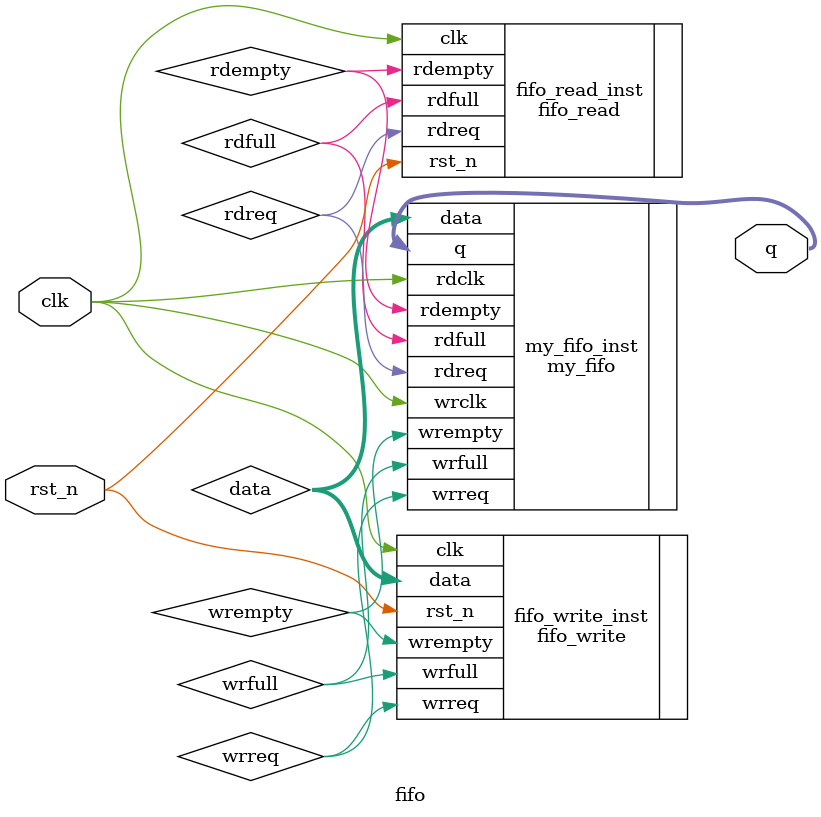
<source format=v>
module fifo (clk, rst_n, q);

	input clk, rst_n;
	
	output [7:0] q;
	
	wire wrfull, wrempty, rdfull, rdempty;
	wire wrreq, rdreq;
	wire [7:0] data;

	fifo_write fifo_write_inst(
			.clk(clk), 
			.rst_n(rst_n), 
			.wrfull(wrfull), 
			.wrempty(wrempty), 
			.wrreq(wrreq), 
			.data(data)
		);

	fifo_read fifo_read_inst(
			.clk(clk), 
			.rst_n(rst_n), 
			.rdfull(rdfull), 
			.rdempty(rdempty), 
			.rdreq(rdreq) 
		);

	my_fifo	my_fifo_inst (
			.data ( data ),
			.rdclk ( clk ),
			.rdreq ( rdreq ),
			.wrclk ( clk ),
			.wrreq ( wrreq ),
			.q ( q ),
			.rdempty ( rdempty ),
			.rdfull ( rdfull ),
			.wrempty ( wrempty ),
			.wrfull ( wrfull )
		);

endmodule

</source>
